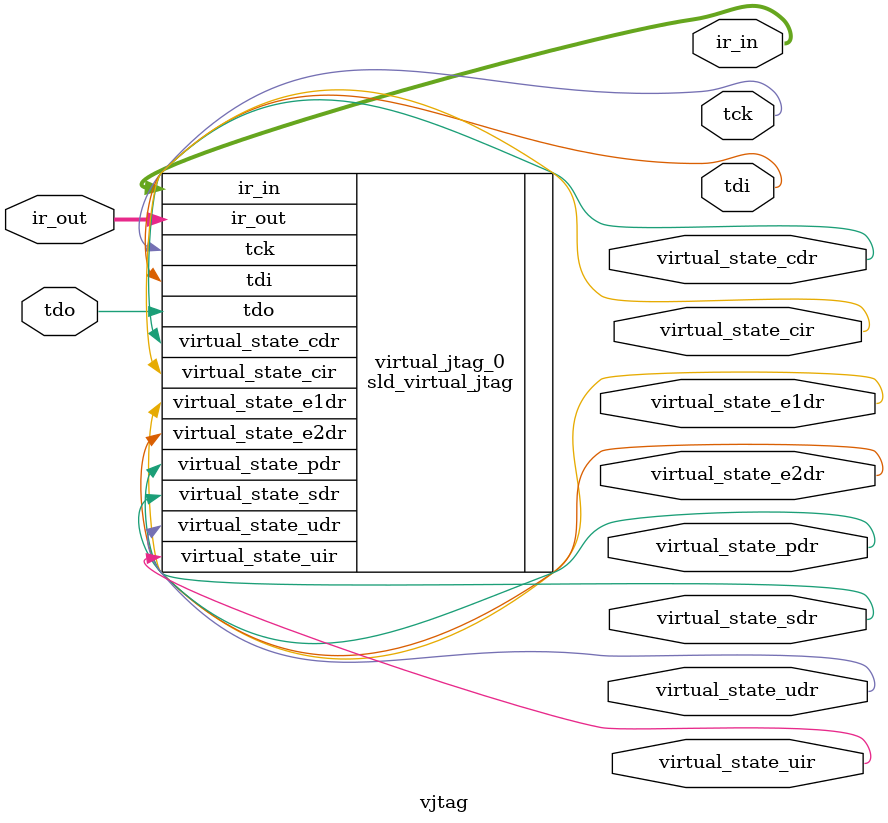
<source format=v>


`timescale 1 ps / 1 ps
module vjtag (
		output wire       tdi,                // jtag.tdi
		input  wire       tdo,                //     .tdo
		output wire [1:0] ir_in,              //     .ir_in
		input  wire [1:0] ir_out,             //     .ir_out
		output wire       virtual_state_cdr,  //     .virtual_state_cdr
		output wire       virtual_state_sdr,  //     .virtual_state_sdr
		output wire       virtual_state_e1dr, //     .virtual_state_e1dr
		output wire       virtual_state_pdr,  //     .virtual_state_pdr
		output wire       virtual_state_e2dr, //     .virtual_state_e2dr
		output wire       virtual_state_udr,  //     .virtual_state_udr
		output wire       virtual_state_cir,  //     .virtual_state_cir
		output wire       virtual_state_uir,  //     .virtual_state_uir
		output wire       tck                 //  tck.clk
	);

	sld_virtual_jtag #(
		.sld_auto_instance_index ("YES"),
		.sld_instance_index      (0),
		.sld_ir_width            (2)
	) virtual_jtag_0 (
		.tdi                (tdi),                // jtag.tdi
		.tdo                (tdo),                //     .tdo
		.ir_in              (ir_in),              //     .ir_in
		.ir_out             (ir_out),             //     .ir_out
		.virtual_state_cdr  (virtual_state_cdr),  //     .virtual_state_cdr
		.virtual_state_sdr  (virtual_state_sdr),  //     .virtual_state_sdr
		.virtual_state_e1dr (virtual_state_e1dr), //     .virtual_state_e1dr
		.virtual_state_pdr  (virtual_state_pdr),  //     .virtual_state_pdr
		.virtual_state_e2dr (virtual_state_e2dr), //     .virtual_state_e2dr
		.virtual_state_udr  (virtual_state_udr),  //     .virtual_state_udr
		.virtual_state_cir  (virtual_state_cir),  //     .virtual_state_cir
		.virtual_state_uir  (virtual_state_uir),  //     .virtual_state_uir
		.tck                (tck)                 //  tck.clk
	);

endmodule

</source>
